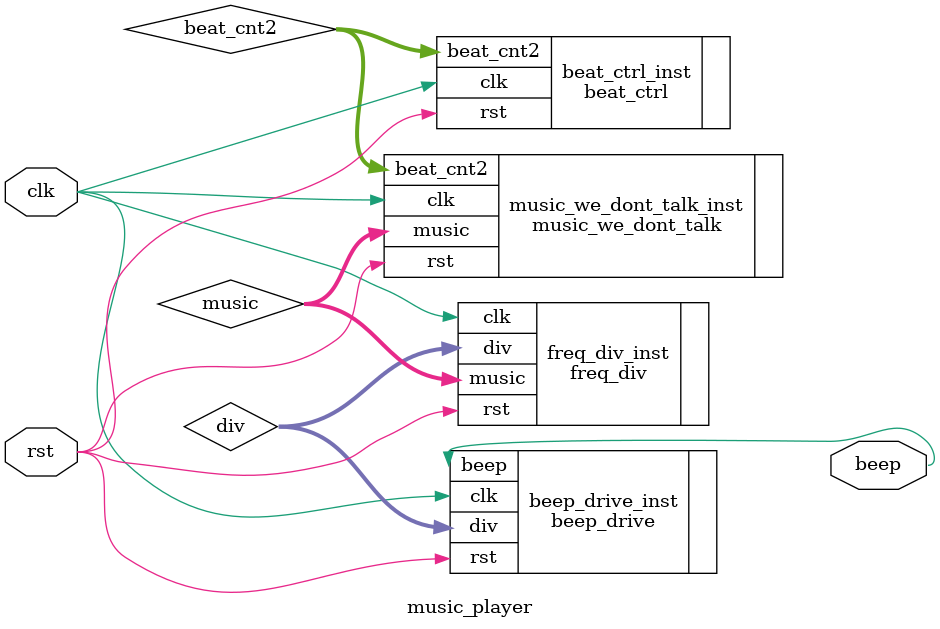
<source format=v>
module music_player
(
    input wire clk,
    input wire rst,

    output beep
); 

//wire [5:0] beat_cnt1;
wire [5:0] beat_cnt2;
wire [4:0] music;
wire [31:0] div;

beat_ctrl beat_ctrl_inst
(
    .clk(clk),
    .rst(rst),
    .beat_cnt2(beat_cnt2)
);
/*
music_mem music_mem_inst
(
    .clk(clk),
    .rst(rst),
    .beat_cnt1(beat_cnt1),
    .music(music)
);
*/

music_we_dont_talk music_we_dont_talk_inst
(
    .clk(clk),
    .rst(rst),
    .beat_cnt2(beat_cnt2),
    .music(music)
);

freq_div freq_div_inst
(
    .clk(clk),
    .rst(rst),
    .music(music),
    .div(div)
);

beep_drive beep_drive_inst
(
    .clk(clk),
    .rst(rst),
    .div(div),
    .beep(beep)
);

endmodule
</source>
